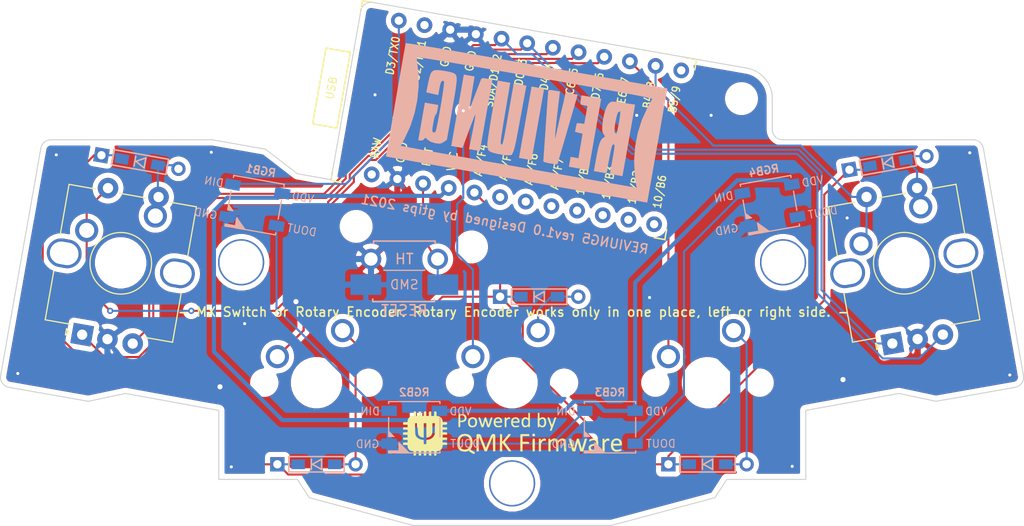
<source format=kicad_pcb>
(kicad_pcb (version 20171130) (host pcbnew "(5.1.9-0-10_14)")
  (title_block (title REVIUNG5) (date 2021-06-09) (rev 1))
  (layers (0 F.Cu signal) (31 B.Cu signal) (34 B.Paste user) (35 F.Paste user) (36 B.SilkS user) (37 F.SilkS user) (38 B.Mask user) (39 F.Mask user) (44 Edge.Cuts user))
  (net 0 "")
  (net 1 row0)
  (net 2 "Net-(D1-Pad2)")
  (net 3 "Net-(D2-Pad2)")
  (net 4 "Net-(D3-Pad2)")
  (net 5 "Net-(D4-Pad2)")
  (net 6 "Net-(D5-Pad2)")
  (net 7 GND)
  (net 8 reset)
  (net 9 col0)
  (net 10 padB)
  (net 11 padA)
  (net 12 col4)
  (net 13 VCC)
  (net 14 "Net-(RGB1-Pad2)")
  (net 15 LED)
  (net 16 "Net-(RGB2-Pad2)")
  (net 17 "Net-(RGB3-Pad2)")
  (net 18 "Net-(RGB4-Pad2)")
  (net 19 col1)
  (net 20 col2)
  (net 21 col3)
  (net 22 "Net-(U1-Pad2)")
  (net 23 "Net-(U1-Pad12)")
  (net 24 "Net-(U1-Pad13)")
  (net 25 "Net-(U1-Pad14)")
  (net 26 "Net-(U1-Pad15)")
  (net 27 "Net-(U1-Pad16)")
  (net 28 "Net-(U1-Pad17)")
  (net 29 "Net-(U1-Pad18)")
  (net 30 "Net-(U1-Pad19)")
  (net 31 "Net-(U1-Pad24)")
  (module _reviung-kbd:QMK-x4-ver1 (layer F.Cu) (at 79.88 72.26)
    (fp_text reference G*** hide)
    (fp_text value LOGO hide)
  )
  (module _reviung-kbd:reviung-logo (layer B.Cu) (at 81.25 41.85 170)
    (fp_text reference G*** hide)
    (fp_text value LOGO hide)
  )
  (module _reviung-kbd:MXOnly-1U-3pin (layer F.Cu) (at 118.05 55.61 10)
    (fp_text reference SW5)
    (fp_text value SW_PUSH)
    (pad 2 thru_hole circle (at 2.54 -5.08 10) (size 2.25 2.25) (drill 1.47) (layers *.Cu B.Mask) (net 6 "Net-(D5-Pad2)"))
    (pad "" np_thru_hole circle (at 0 0 10) (size 3.9878 3.9878) (drill 3.9878) (layers *.Cu *.Mask))
    (pad 1 thru_hole circle (at -3.81 -2.54 10) (size 2.25 2.25) (drill 1.47) (layers *.Cu B.Mask) (net 12 col4))
  )
  (module _reviung-kbd:MXOnly-1U-3pin (layer F.Cu) (at 41.72 55.62 350)
    (fp_text reference SW1)
    (fp_text value SW_PUSH)
    (pad 2 thru_hole circle (at 2.54 -5.08 350) (size 2.25 2.25) (drill 1.47) (layers *.Cu B.Mask) (net 2 "Net-(D1-Pad2)"))
    (pad "" np_thru_hole circle (at 0 0 350) (size 3.9878 3.9878) (drill 3.9878) (layers *.Cu *.Mask))
    (pad 1 thru_hole circle (at -3.81 -2.54 350) (size 2.25 2.25) (drill 1.47) (layers *.Cu B.Mask) (net 9 col0))
  )
  (module _reviung-kbd:HOLE_4.2mm (layer F.Cu) (at 106.26 55.57)
    (fp_text reference REF**)
    (fp_text value HOLE_4.2mm)
    (pad 1 thru_hole circle (at 0 0) (size 4.5 4.5) (drill 4.2) (layers *.Cu *.Mask))
  )
  (module _reviung-kbd:HOLE_4.2mm (layer F.Cu) (at 79.86 77.11)
    (fp_text reference REF**)
    (fp_text value HOLE_4.2mm)
    (pad 1 thru_hole circle (at 0 0) (size 4.5 4.5) (drill 4.2) (layers *.Cu *.Mask))
  )
  (module _reviung-kbd:HOLE_4.2mm (layer F.Cu) (at 53.46 55.57)
    (fp_text reference REF**)
    (fp_text value HOLE_4.2mm)
    (pad 1 thru_hole circle (at 0 0) (size 4.5 4.5) (drill 4.2) (layers *.Cu *.Mask))
  )
  (module _reviung-kbd:HOLE_2.2mm (layer F.Cu) (at 64.67 52.07)
    (fp_text reference Ref** hide)
    (fp_text value Val** hide)
    (pad "" np_thru_hole circle (at 0 0) (size 2.2 2.2) (drill 2.2) (layers *.Cu *.Mask))
  )
  (module _reviung-kbd:HOLE_2.2mm (layer F.Cu) (at 75.91 54.07)
    (fp_text reference Ref** hide)
    (fp_text value Val** hide)
    (pad "" np_thru_hole circle (at 0 0) (size 2.2 2.2) (drill 2.2) (layers *.Cu *.Mask))
  )
  (module _reviung-kbd:HOLE_2.2mm (layer F.Cu) (at 102.21 39.62)
    (fp_text reference Ref** hide)
    (fp_text value Val** hide)
    (pad "" np_thru_hole circle (at 0 0) (size 2.2 2.2) (drill 2.2) (layers *.Cu *.Mask))
  )
  (module _reviung-kbd:LED_WS2812B_PLCC4_5.0x5.0mm_P3.2mm (layer B.Cu) (at 104.98 50 190)
    (fp_text reference RGB4 (at 0 3.4 10) (layer B.SilkS) (effects (font (size 0.75 0.75)) (justify mirror)))
    (fp_text value WS2812B)
    (fp_text user DOUT (at -4.95 -1.6 10) (layer B.SilkS) (effects (font (size 0.75 0.75) (thickness 0.1)) (justify mirror)))
    (fp_text user VDD (at -4.5 1.55 10) (layer B.SilkS) (effects (font (size 0.75 0.75) (thickness 0.1)) (justify mirror)))
    (fp_text user DIN (at 4.3 1.55 10) (layer B.SilkS) (effects (font (size 0.75 0.75) (thickness 0.1)) (justify mirror)))
    (fp_text user GND (at 4.55 -1.64 10) (layer B.SilkS) (effects (font (size 0.75 0.75) (thickness 0.1)) (justify mirror)))
    (pad 3 smd rect (at 2.45 -1.6 190) (size 1.5 1) (layers B.Cu B.Paste B.Mask) (net 7 GND))
    (pad 4 smd rect (at 2.45 1.6 190) (size 1.5 1) (layers B.Cu B.Paste B.Mask) (net 17 "Net-(RGB3-Pad2)"))
    (pad 2 smd rect (at -2.45 -1.6 190) (size 1.5 1) (layers B.Cu B.Paste B.Mask) (net 18 "Net-(RGB4-Pad2)"))
    (pad 1 smd rect (at -2.45 1.6 190) (size 1.5 1) (layers B.Cu B.Paste B.Mask) (net 13 VCC))
  )
  (module _reviung-kbd:LED_WS2812B_PLCC4_5.0x5.0mm_P3.2mm (layer B.Cu) (at 89.4 71.64 180)
    (fp_text reference RGB3 (at 0 3.4) (layer B.SilkS) (effects (font (size 0.75 0.75)) (justify mirror)))
    (fp_text value WS2812B)
    (fp_text user DOUT (at -4.95 -1.6) (layer B.SilkS) (effects (font (size 0.75 0.75) (thickness 0.1)) (justify mirror)))
    (fp_text user VDD (at -4.5 1.55) (layer B.SilkS) (effects (font (size 0.75 0.75) (thickness 0.1)) (justify mirror)))
    (fp_text user DIN (at 4.3 1.55) (layer B.SilkS) (effects (font (size 0.75 0.75) (thickness 0.1)) (justify mirror)))
    (fp_text user GND (at 4.55 -1.64) (layer B.SilkS) (effects (font (size 0.75 0.75) (thickness 0.1)) (justify mirror)))
    (pad 3 smd rect (at 2.45 -1.6 180) (size 1.5 1) (layers B.Cu B.Paste B.Mask) (net 7 GND))
    (pad 4 smd rect (at 2.45 1.6 180) (size 1.5 1) (layers B.Cu B.Paste B.Mask) (net 16 "Net-(RGB2-Pad2)"))
    (pad 2 smd rect (at -2.45 -1.6 180) (size 1.5 1) (layers B.Cu B.Paste B.Mask) (net 17 "Net-(RGB3-Pad2)"))
    (pad 1 smd rect (at -2.45 1.6 180) (size 1.5 1) (layers B.Cu B.Paste B.Mask) (net 13 VCC))
  )
  (module _reviung-kbd:LED_WS2812B_PLCC4_5.0x5.0mm_P3.2mm (layer B.Cu) (at 70.33 71.64 180)
    (fp_text reference RGB2 (at 0 3.4) (layer B.SilkS) (effects (font (size 0.75 0.75)) (justify mirror)))
    (fp_text value WS2812B)
    (fp_text user DOUT (at -4.95 -1.6) (layer B.SilkS) (effects (font (size 0.75 0.75) (thickness 0.1)) (justify mirror)))
    (fp_text user VDD (at -4.5 1.55) (layer B.SilkS) (effects (font (size 0.75 0.75) (thickness 0.1)) (justify mirror)))
    (fp_text user DIN (at 4.3 1.55) (layer B.SilkS) (effects (font (size 0.75 0.75) (thickness 0.1)) (justify mirror)))
    (fp_text user GND (at 4.55 -1.64) (layer B.SilkS) (effects (font (size 0.75 0.75) (thickness 0.1)) (justify mirror)))
    (pad 3 smd rect (at 2.45 -1.6 180) (size 1.5 1) (layers B.Cu B.Paste B.Mask) (net 7 GND))
    (pad 4 smd rect (at 2.45 1.6 180) (size 1.5 1) (layers B.Cu B.Paste B.Mask) (net 14 "Net-(RGB1-Pad2)"))
    (pad 2 smd rect (at -2.45 -1.6 180) (size 1.5 1) (layers B.Cu B.Paste B.Mask) (net 16 "Net-(RGB2-Pad2)"))
    (pad 1 smd rect (at -2.45 1.6 180) (size 1.5 1) (layers B.Cu B.Paste B.Mask) (net 13 VCC))
  )
  (module _reviung-kbd:LED_WS2812B_PLCC4_5.0x5.0mm_P3.2mm (layer B.Cu) (at 54.77 50 170)
    (fp_text reference RGB1 (at 0 3.4 170) (layer B.SilkS) (effects (font (size 0.75 0.75)) (justify mirror)))
    (fp_text value WS2812B)
    (fp_text user DOUT (at -4.95 -1.6 170) (layer B.SilkS) (effects (font (size 0.75 0.75) (thickness 0.1)) (justify mirror)))
    (fp_text user VDD (at -4.5 1.55 170) (layer B.SilkS) (effects (font (size 0.75 0.75) (thickness 0.1)) (justify mirror)))
    (fp_text user DIN (at 4.3 1.55 170) (layer B.SilkS) (effects (font (size 0.75 0.75) (thickness 0.1)) (justify mirror)))
    (fp_text user GND (at 4.55 -1.64 170) (layer B.SilkS) (effects (font (size 0.75 0.75) (thickness 0.1)) (justify mirror)))
    (pad 3 smd rect (at 2.45 -1.6 170) (size 1.5 1) (layers B.Cu B.Paste B.Mask) (net 7 GND))
    (pad 4 smd rect (at 2.45 1.6 170) (size 1.5 1) (layers B.Cu B.Paste B.Mask) (net 15 LED))
    (pad 2 smd rect (at -2.45 -1.6 170) (size 1.5 1) (layers B.Cu B.Paste B.Mask) (net 14 "Net-(RGB1-Pad2)"))
    (pad 1 smd rect (at -2.45 1.6 170) (size 1.5 1) (layers B.Cu B.Paste B.Mask) (net 13 VCC))
  )
  (module Rotary_Encoder:RotaryEncoder_Alps_EC12E-Switch_Vertical_H20mm_CircularMountingHoles (layer F.Cu) (at 116.91 63.48 100)
    (fp_text reference RESW2 hide)
    (fp_text value Rotary_Encoder_Switch)
    (pad A thru_hole rect (at 0 0 100) (size 2 2) (drill 1) (layers *.Cu *.Mask) (net 11 padA))
    (pad C thru_hole circle (at 0 2.5 100) (size 2 2) (drill 1) (layers *.Cu *.Mask) (net 7 GND))
    (pad B thru_hole circle (at 0 5 100) (size 2 2) (drill 1) (layers *.Cu *.Mask) (net 10 padB))
    (pad MP thru_hole oval (at 7.5 -3.1 100) (size 2.8 3.4) (drill oval 2.2 2.8) (layers *.Cu *.Mask))
    (pad MP thru_hole oval (at 7.5 8.099999 100) (size 2.8 3.4) (drill oval 2.2 2.8) (layers *.Cu *.Mask))
    (pad S1 thru_hole circle (at 14.5 0 100) (size 2 2) (drill 1) (layers *.Cu *.Mask) (net 12 col4))
    (pad S2 thru_hole circle (at 14.5 5 100) (size 2 2) (drill 1) (layers *.Cu *.Mask) (net 6 "Net-(D5-Pad2)"))
  )
  (module Rotary_Encoder:RotaryEncoder_Alps_EC12E-Switch_Vertical_H20mm_CircularMountingHoles (layer F.Cu) (at 37.97 62.62 80)
    (fp_text reference RESW1 hide)
    (fp_text value Rotary_Encoder_Switch)
    (pad A thru_hole rect (at 0 0 80) (size 2 2) (drill 1) (layers *.Cu *.Mask) (net 11 padA))
    (pad C thru_hole circle (at 0 2.5 80) (size 2 2) (drill 1) (layers *.Cu *.Mask) (net 7 GND))
    (pad B thru_hole circle (at 0 5 80) (size 2 2) (drill 1) (layers *.Cu *.Mask) (net 10 padB))
    (pad MP thru_hole oval (at 7.499999 -3.1 80) (size 2.8 3.4) (drill oval 2.2 2.8) (layers *.Cu *.Mask))
    (pad MP thru_hole oval (at 7.5 8.1 80) (size 2.8 3.4) (drill oval 2.2 2.8) (layers *.Cu *.Mask))
    (pad S1 thru_hole circle (at 14.5 0 80) (size 2 2) (drill 1) (layers *.Cu *.Mask) (net 9 col0))
    (pad S2 thru_hole circle (at 14.5 5 80) (size 2 2) (drill 1) (layers *.Cu *.Mask) (net 2 "Net-(D1-Pad2)"))
  )
  (module _reviung-kbd:D3_TH_SMD_1side (layer B.Cu) (at 43.6 45.8 350)
    (fp_text reference D1 hide)
    (fp_text value 1N4148 hide)
    (pad 1 smd rect (at -1.775 0 350) (size 1.3 0.95) (layers B.Cu B.Paste B.Mask) (net 1 row0))
    (pad 1 thru_hole rect (at -3.81 0 350) (size 1.397 1.397) (drill 0.8128) (layers *.Cu *.Mask) (net 1 row0))
    (pad 2 thru_hole circle (at 3.81 0 350) (size 1.397 1.397) (drill 0.8128) (layers *.Cu *.Mask) (net 2 "Net-(D1-Pad2)"))
    (pad 2 smd rect (at 1.775 0 350) (size 1.3 0.95) (layers B.Cu B.Paste B.Mask) (net 2 "Net-(D1-Pad2)"))
  )
  (module _reviung-kbd:D3_TH_SMD_1side (layer B.Cu) (at 60.8 75.25)
    (fp_text reference D2 hide)
    (fp_text value 1N4148 hide)
    (pad 2 smd rect (at 1.775 0) (size 1.3 0.95) (layers B.Cu B.Paste B.Mask) (net 3 "Net-(D2-Pad2)"))
    (pad 2 thru_hole circle (at 3.81 0) (size 1.397 1.397) (drill 0.8128) (layers *.Cu *.Mask) (net 3 "Net-(D2-Pad2)"))
    (pad 1 thru_hole rect (at -3.81 0) (size 1.397 1.397) (drill 0.8128) (layers *.Cu *.Mask) (net 1 row0))
    (pad 1 smd rect (at -1.775 0) (size 1.3 0.95) (layers B.Cu B.Paste B.Mask) (net 1 row0))
  )
  (module _reviung-kbd:D3_TH_SMD_1side (layer B.Cu) (at 82.5 58.92)
    (fp_text reference D3 hide)
    (fp_text value 1N4148 hide)
    (pad 1 smd rect (at -1.775 0) (size 1.3 0.95) (layers B.Cu B.Paste B.Mask) (net 1 row0))
    (pad 1 thru_hole rect (at -3.81 0) (size 1.397 1.397) (drill 0.8128) (layers *.Cu *.Mask) (net 1 row0))
    (pad 2 thru_hole circle (at 3.81 0) (size 1.397 1.397) (drill 0.8128) (layers *.Cu *.Mask) (net 4 "Net-(D3-Pad2)"))
    (pad 2 smd rect (at 1.775 0) (size 1.3 0.95) (layers B.Cu B.Paste B.Mask) (net 4 "Net-(D3-Pad2)"))
  )
  (module _reviung-kbd:D3_TH_SMD_1side (layer B.Cu) (at 98.9 75.25)
    (fp_text reference D4 hide)
    (fp_text value 1N4148 hide)
    (pad 2 smd rect (at 1.775 0) (size 1.3 0.95) (layers B.Cu B.Paste B.Mask) (net 5 "Net-(D4-Pad2)"))
    (pad 2 thru_hole circle (at 3.81 0) (size 1.397 1.397) (drill 0.8128) (layers *.Cu *.Mask) (net 5 "Net-(D4-Pad2)"))
    (pad 1 thru_hole rect (at -3.81 0) (size 1.397 1.397) (drill 0.8128) (layers *.Cu *.Mask) (net 1 row0))
    (pad 1 smd rect (at -1.775 0) (size 1.3 0.95) (layers B.Cu B.Paste B.Mask) (net 1 row0))
  )
  (module _reviung-kbd:D3_TH_SMD_1side (layer B.Cu) (at 116.48 45.89 10)
    (fp_text reference D5 hide)
    (fp_text value 1N4148 hide)
    (pad 1 smd rect (at -1.775 0 10) (size 1.3 0.95) (layers B.Cu B.Paste B.Mask) (net 1 row0))
    (pad 1 thru_hole rect (at -3.81 0 10) (size 1.397 1.397) (drill 0.8128) (layers *.Cu *.Mask) (net 1 row0))
    (pad 2 thru_hole circle (at 3.81 0 10) (size 1.397 1.397) (drill 0.8128) (layers *.Cu *.Mask) (net 6 "Net-(D5-Pad2)"))
    (pad 2 smd rect (at 1.775 0 10) (size 1.3 0.95) (layers B.Cu B.Paste B.Mask) (net 6 "Net-(D5-Pad2)"))
  )
  (module _reviung-kbd:ResetSW_TH_SMD (layer B.Cu) (at 69.36 55.25)
    (fp_text reference reset1 hide)
    (fp_text value SW_PUSH)
    (fp_text user TH (at 0 0) (layer B.SilkS) (effects (justify mirror)))
    (fp_text user SMD (at 0 2.5) (layer B.SilkS) (effects (font (size 0.9 0.9) (thickness 0.12)) (justify mirror)))
    (fp_text user RESET (at 0 5) (layer B.SilkS) (effects (justify mirror)))
    (pad 2 smd rect (at -3.75 2.5) (size 3 2) (layers B.Cu B.Paste B.Mask) (net 7 GND))
    (pad 1 smd rect (at 3.75 2.5) (size 3 2) (layers B.Cu B.Paste B.Mask) (net 8 reset))
    (pad 1 thru_hole circle (at 3.25 0) (size 2 2) (drill 1.3) (layers *.Cu *.Mask) (net 8 reset))
    (pad 2 thru_hole circle (at -3.25 0) (size 2 2) (drill 1.3) (layers *.Cu *.Mask) (net 7 GND))
  )
  (module _reviung-kbd:MXOnly-1U-NoLED (layer F.Cu) (at 60.8 67.3)
    (fp_text reference SW2)
    (fp_text value SW_PUSH)
    (pad "" np_thru_hole circle (at 5.08 0 48.0996) (size 1.75 1.75) (drill 1.75) (layers *.Cu *.Mask))
    (pad "" np_thru_hole circle (at -5.08 0 48.0996) (size 1.75 1.75) (drill 1.75) (layers *.Cu *.Mask))
    (pad 1 thru_hole circle (at -3.81 -2.54) (size 2.25 2.25) (drill 1.47) (layers *.Cu B.Mask) (net 19 col1))
    (pad "" np_thru_hole circle (at 0 0) (size 3.9878 3.9878) (drill 3.9878) (layers *.Cu *.Mask))
    (pad 2 thru_hole circle (at 2.54 -5.08) (size 2.25 2.25) (drill 1.47) (layers *.Cu B.Mask) (net 3 "Net-(D2-Pad2)"))
  )
  (module _reviung-kbd:MXOnly-1U-NoLED (layer F.Cu) (at 79.85 67.3)
    (fp_text reference SW3)
    (fp_text value SW_PUSH)
    (pad 2 thru_hole circle (at 2.54 -5.08) (size 2.25 2.25) (drill 1.47) (layers *.Cu B.Mask) (net 4 "Net-(D3-Pad2)"))
    (pad "" np_thru_hole circle (at 0 0) (size 3.9878 3.9878) (drill 3.9878) (layers *.Cu *.Mask))
    (pad 1 thru_hole circle (at -3.81 -2.54) (size 2.25 2.25) (drill 1.47) (layers *.Cu B.Mask) (net 20 col2))
    (pad "" np_thru_hole circle (at -5.08 0 48.0996) (size 1.75 1.75) (drill 1.75) (layers *.Cu *.Mask))
    (pad "" np_thru_hole circle (at 5.08 0 48.0996) (size 1.75 1.75) (drill 1.75) (layers *.Cu *.Mask))
  )
  (module _reviung-kbd:MXOnly-1U-NoLED (layer F.Cu) (at 98.9 67.3)
    (fp_text reference SW4)
    (fp_text value SW_PUSH)
    (pad "" np_thru_hole circle (at 5.08 0 48.0996) (size 1.75 1.75) (drill 1.75) (layers *.Cu *.Mask))
    (pad "" np_thru_hole circle (at -5.08 0 48.0996) (size 1.75 1.75) (drill 1.75) (layers *.Cu *.Mask))
    (pad 1 thru_hole circle (at -3.81 -2.54) (size 2.25 2.25) (drill 1.47) (layers *.Cu B.Mask) (net 21 col3))
    (pad "" np_thru_hole circle (at 0 0) (size 3.9878 3.9878) (drill 3.9878) (layers *.Cu *.Mask))
    (pad 2 thru_hole circle (at 2.54 -5.08) (size 2.25 2.25) (drill 1.47) (layers *.Cu B.Mask) (net 5 "Net-(D4-Pad2)"))
  )
  (module _reviung-kbd:ProMicro (layer F.Cu) (at 81.76 42.03 80)
    (fp_text reference U1 hide)
    (fp_text value ProMicro hide)
    (fp_text user USB (at 0 -19.8 80) (layer F.SilkS) (effects (font (size 0.75 0.75) (thickness 0.12))))
    (fp_text user B4/8 (at 4.705 10.8 80 unlocked) (layer F.SilkS) (effects (font (size 0.75 0.67) (thickness 0.125))))
    (fp_text user D2/RX1 (at 4.155 -11.9 80 unlocked) (layer F.SilkS) (effects (font (size 0.75 0.67) (thickness 0.125))))
    (fp_text user B5/9 (at 4.705 13.3 80 unlocked) (layer F.SilkS) (effects (font (size 0.75 0.67) (thickness 0.125))))
    (fp_text user C6/5 (at 4.705 3.15 80 unlocked) (layer F.SilkS) (effects (font (size 0.75 0.67) (thickness 0.125))))
    (fp_text user SCL/D0/3 (at 3.455 -1.9 80 unlocked) (layer F.SilkS) (effects (font (size 0.75 0.67) (thickness 0.125))))
    (fp_text user SDA/D1/2 (at 3.455 -4.4 80 unlocked) (layer F.SilkS) (effects (font (size 0.75 0.67) (thickness 0.125))))
    (fp_text user D4/4 (at 4.705 0.6 80 unlocked) (layer F.SilkS) (effects (font (size 0.75 0.67) (thickness 0.125))))
    (fp_text user D3/TX0 (at 4.155 -14.45 80 unlocked) (layer F.SilkS) (effects (font (size 0.75 0.67) (thickness 0.125))))
    (fp_text user GND (at 4.955 -6.9 80 unlocked) (layer F.SilkS) (effects (font (size 0.75 0.67) (thickness 0.125))))
    (fp_text user GND (at 4.955 -9.35 80 unlocked) (layer F.SilkS) (effects (font (size 0.75 0.67) (thickness 0.125))))
    (fp_text user D7/6 (at 4.705 5.7 80 unlocked) (layer F.SilkS) (effects (font (size 0.75 0.67) (thickness 0.125))))
    (fp_text user E6/7 (at 4.705 8.25 80 unlocked) (layer F.SilkS) (effects (font (size 0.75 0.67) (thickness 0.125))))
    (fp_text user 16/B2 (at -4.395 10.95 80 unlocked) (layer F.SilkS) (effects (font (size 0.75 0.67) (thickness 0.125))))
    (fp_text user 10/B6 (at -4.395 13.45 80 unlocked) (layer F.SilkS) (effects (font (size 0.75 0.67) (thickness 0.125))))
    (fp_text user 14/B3 (at -4.395 8.4 80 unlocked) (layer F.SilkS) (effects (font (size 0.75 0.67) (thickness 0.125))))
    (fp_text user 15/B1 (at -4.395 5.85 80 unlocked) (layer F.SilkS) (effects (font (size 0.75 0.67) (thickness 0.125))))
    (fp_text user A0/F7 (at -4.395 3.3 80 unlocked) (layer F.SilkS) (effects (font (size 0.75 0.67) (thickness 0.125))))
    (fp_text user A1/F6 (at -4.395 0.75 80 unlocked) (layer F.SilkS) (effects (font (size 0.75 0.67) (thickness 0.125))))
    (fp_text user A2/F5 (at -4.395 -1.75 80 unlocked) (layer F.SilkS) (effects (font (size 0.75 0.67) (thickness 0.125))))
    (fp_text user A3/F4 (at -4.395 -4.25 80 unlocked) (layer F.SilkS) (effects (font (size 0.75 0.67) (thickness 0.125))))
    (fp_text user VCC (at -4.995 -6.95 80 unlocked) (layer F.SilkS) (effects (font (size 0.75 0.67) (thickness 0.125))))
    (fp_text user RST (at -4.995 -9.4 80 unlocked) (layer F.SilkS) (effects (font (size 0.75 0.67) (thickness 0.125))))
    (fp_text user GND (at -4.995 -11.95 80 unlocked) (layer F.SilkS) (effects (font (size 0.75 0.67) (thickness 0.125))))
    (fp_text user RAW (at -4.995 -14.5 80 unlocked) (layer F.SilkS) (effects (font (size 0.75 0.67) (thickness 0.125))))
    (fp_text user "" (at -0.545 -20.1 80) (layer F.SilkS))
    (fp_text user "" (at -1.2515 -16.256 80) (layer B.SilkS) (effects (justify mirror)))
    (pad 1 thru_hole circle (at 7.6114 -14.478 80) (size 1.524 1.524) (drill 0.8128) (layers *.Cu *.Mask) (net 15 LED))
    (pad 2 thru_hole circle (at 7.6114 -11.938 80) (size 1.524 1.524) (drill 0.8128) (layers *.Cu *.Mask) (net 22 "Net-(U1-Pad2)"))
    (pad 3 thru_hole circle (at 7.6114 -9.398 80) (size 1.524 1.524) (drill 0.8128) (layers *.Cu *.Mask) (net 7 GND))
    (pad 4 thru_hole circle (at 7.6114 -6.858 80) (size 1.524 1.524) (drill 0.8128) (layers *.Cu *.Mask) (net 7 GND))
    (pad 5 thru_hole circle (at 7.6114 -4.318 80) (size 1.524 1.524) (drill 0.8128) (layers *.Cu *.Mask) (net 10 padB))
    (pad 6 thru_hole circle (at 7.6114 -1.778 80) (size 1.524 1.524) (drill 0.8128) (layers *.Cu *.Mask) (net 11 padA))
    (pad 7 thru_hole circle (at 7.6114 0.762 80) (size 1.524 1.524) (drill 0.8128) (layers *.Cu *.Mask) (net 9 col0))
    (pad 8 thru_hole circle (at 7.6114 3.302 80) (size 1.524 1.524) (drill 0.8128) (layers *.Cu *.Mask) (net 19 col1))
    (pad 9 thru_hole circle (at 7.6114 5.842 80) (size 1.524 1.524) (drill 0.8128) (layers *.Cu *.Mask) (net 20 col2))
    (pad 10 thru_hole circle (at 7.6114 8.382 80) (size 1.524 1.524) (drill 0.8128) (layers *.Cu *.Mask) (net 21 col3))
    (pad 11 thru_hole circle (at 7.6114 10.922 80) (size 1.524 1.524) (drill 0.8128) (layers *.Cu *.Mask) (net 12 col4))
    (pad 12 thru_hole circle (at 7.6114 13.462 80) (size 1.524 1.524) (drill 0.8128) (layers *.Cu *.Mask) (net 23 "Net-(U1-Pad12)"))
    (pad 13 thru_hole circle (at -7.6086 13.462 80) (size 1.524 1.524) (drill 0.8128) (layers *.Cu *.Mask) (net 24 "Net-(U1-Pad13)"))
    (pad 14 thru_hole circle (at -7.6086 10.922 80) (size 1.524 1.524) (drill 0.8128) (layers *.Cu *.Mask) (net 25 "Net-(U1-Pad14)"))
    (pad 15 thru_hole circle (at -7.6086 8.382 80) (size 1.524 1.524) (drill 0.8128) (layers *.Cu *.Mask) (net 26 "Net-(U1-Pad15)"))
    (pad 16 thru_hole circle (at -7.6086 5.842 80) (size 1.524 1.524) (drill 0.8128) (layers *.Cu *.Mask) (net 27 "Net-(U1-Pad16)"))
    (pad 17 thru_hole circle (at -7.6086 3.302 80) (size 1.524 1.524) (drill 0.8128) (layers *.Cu *.Mask) (net 28 "Net-(U1-Pad17)"))
    (pad 18 thru_hole circle (at -7.6086 0.762 80) (size 1.524 1.524) (drill 0.8128) (layers *.Cu *.Mask) (net 29 "Net-(U1-Pad18)"))
    (pad 19 thru_hole circle (at -7.6086 -1.778 80) (size 1.524 1.524) (drill 0.8128) (layers *.Cu *.Mask) (net 30 "Net-(U1-Pad19)"))
    (pad 20 thru_hole circle (at -7.6086 -4.318 80) (size 1.524 1.524) (drill 0.8128) (layers *.Cu *.Mask) (net 1 row0))
    (pad 21 thru_hole circle (at -7.6086 -6.858 80) (size 1.524 1.524) (drill 0.8128) (layers *.Cu *.Mask) (net 13 VCC))
    (pad 22 thru_hole circle (at -7.6086 -9.398 80) (size 1.524 1.524) (drill 0.8128) (layers *.Cu *.Mask) (net 8 reset))
    (pad 23 thru_hole circle (at -7.6086 -11.938 80) (size 1.524 1.524) (drill 0.8128) (layers *.Cu *.Mask) (net 7 GND))
    (pad 24 thru_hole circle (at -7.6086 -14.478 80) (size 1.524 1.524) (drill 0.8128) (layers *.Cu *.Mask) (net 31 "Net-(U1-Pad24)"))
  )
  (gr_text "- MX Switch or Rotary Encoder. Rotary Encoder works only in one place, left or right side. -" (at 80 60.41) (layer F.SilkS) (effects (font (size 0.9 0.9))))
  (gr_text "REVIUNG5 rev1.0 Designed by gtips 2021" (at 79.13 51.87 -10) (layer B.SilkS) (effects (font (size 0.9 0.9)) (justify mirror)))
  (gr_curve (pts (xy 30.029357 66.594382) (xy 29.933131 67.138535) (xy 30.296503 67.657582) (xy 30.840742 67.753377)) (layer Edge.Cuts) (width 0.1))
  (gr_curve (pts (xy 129.681392 66.59492) (xy 129.681392 66.59492) (xy 125.777496 44.456349) (xy 125.777496 44.456349)) (layer Edge.Cuts) (width 0.1))
  (gr_curve (pts (xy 34.92908 43.629957) (xy 34.443967 43.629957) (xy 34.028833 43.978127) (xy 33.944364 44.455833)) (layer Edge.Cuts) (width 0.1))
  (gr_curve (pts (xy 50.62937 43.63) (xy 50.62937 43.63) (xy 34.92908 43.629957) (xy 34.92908 43.629957)) (layer Edge.Cuts) (width 0.1))
  (gr_curve (pts (xy 125.777496 44.456349) (xy 125.693221 43.978428) (xy 125.277979 43.63) (xy 124.792694 43.63)) (layer Edge.Cuts) (width 0.1))
  (gr_curve (pts (xy 51.280106 76.723092) (xy 51.280106 76.723092) (xy 58.942063 76.723092) (xy 58.942063 76.723092)) (layer Edge.Cuts) (width 0.1))
  (gr_curve (pts (xy 51.280106 70.003196) (xy 51.280106 70.003196) (xy 51.280106 76.723092) (xy 51.280106 76.723092)) (layer Edge.Cuts) (width 0.1))
  (gr_curve (pts (xy 42.190092 68.348086) (xy 42.190092 68.348086) (xy 51.280106 70.003196) (xy 51.280106 70.003196)) (layer Edge.Cuts) (width 0.1))
  (gr_curve (pts (xy 70.197383 81.20458) (xy 70.197383 81.20458) (xy 89.53998 81.20458) (xy 89.53998 81.20458)) (layer Edge.Cuts) (width 0.1))
  (gr_curve (pts (xy 60.100067 78.505951) (xy 60.100067 78.505951) (xy 70.197383 81.20458) (xy 70.197383 81.20458)) (layer Edge.Cuts) (width 0.1))
  (gr_curve (pts (xy 58.942063 76.723092) (xy 58.942063 76.723092) (xy 60.100067 78.505951) (xy 60.100067 78.505951)) (layer Edge.Cuts) (width 0.1))
  (gr_curve (pts (xy 100.774328 76.723092) (xy 100.774328 76.723092) (xy 108.472782 76.723092) (xy 108.472782 76.723092)) (layer Edge.Cuts) (width 0.1))
  (gr_curve (pts (xy 99.619037 78.505951) (xy 99.619037 78.505951) (xy 100.774328 76.723092) (xy 100.774328 76.723092)) (layer Edge.Cuts) (width 0.1))
  (gr_curve (pts (xy 89.53998 81.20458) (xy 89.53998 81.20458) (xy 99.619037 78.505951) (xy 99.619037 78.505951)) (layer Edge.Cuts) (width 0.1))
  (gr_curve (pts (xy 117.544278 68.347204) (xy 117.544278 68.347204) (xy 121.153812 69.112768) (xy 121.153812 69.112768)) (layer Edge.Cuts) (width 0.1))
  (gr_curve (pts (xy 108.472782 69.999428) (xy 108.472782 69.999428) (xy 117.544278 68.347204) (xy 117.544278 68.347204)) (layer Edge.Cuts) (width 0.1))
  (gr_curve (pts (xy 108.472782 76.723092) (xy 108.472782 76.723092) (xy 108.472782 69.999428) (xy 108.472782 69.999428)) (layer Edge.Cuts) (width 0.1))
  (gr_curve (pts (xy 128.870094 67.75342) (xy 129.414053 67.657582) (xy 129.777317 67.138879) (xy 129.681392 66.59492)) (layer Edge.Cuts) (width 0.1))
  (gr_curve (pts (xy 121.153812 69.112768) (xy 121.153812 69.112768) (xy 128.870094 67.75342) (xy 128.870094 67.75342)) (layer Edge.Cuts) (width 0.1))
  (gr_curve (pts (xy 105.209996 39.604987) (xy 105.209996 38.148293) (xy 104.163549 36.902095) (xy 102.728796 36.650194)) (layer Edge.Cuts) (width 0.1))
  (gr_curve (pts (xy 105.209996 42.630018) (xy 105.209996 42.630018) (xy 105.209996 39.604987) (xy 105.209996 39.604987)) (layer Edge.Cuts) (width 0.1))
  (gr_curve (pts (xy 33.944364 44.455833) (xy 33.944364 44.455833) (xy 30.029357 66.594382) (xy 30.029357 66.594382)) (layer Edge.Cuts) (width 0.1))
  (gr_curve (pts (xy 55.823562 44.545857) (xy 55.823562 44.545857) (xy 50.62937 43.63) (xy 50.62937 43.63)) (layer Edge.Cuts) (width 0.1))
  (gr_curve (pts (xy 58.933988 46.941986) (xy 58.933988 46.941986) (xy 55.823562 44.545857) (xy 55.823562 44.545857)) (layer Edge.Cuts) (width 0.1))
  (gr_curve (pts (xy 38.563957 69.112768) (xy 38.563957 69.112768) (xy 42.190092 68.348086) (xy 42.190092 68.348086)) (layer Edge.Cuts) (width 0.1))
  (gr_curve (pts (xy 30.840742 67.753377) (xy 30.840742 67.753377) (xy 38.563957 69.112768) (xy 38.563957 69.112768)) (layer Edge.Cuts) (width 0.1))
  (gr_curve (pts (xy 62.21697 47.520869) (xy 62.21697 47.520869) (xy 58.933988 46.941986) (xy 58.933988 46.941986)) (layer Edge.Cuts) (width 0.1))
  (gr_curve (pts (xy 65.119226 31.061323) (xy 65.119226 31.061323) (xy 62.21697 47.520869) (xy 62.21697 47.520869)) (layer Edge.Cuts) (width 0.1))
  (gr_curve (pts (xy 124.792694 43.63) (xy 124.792694 43.63) (xy 106.21 43.63) (xy 106.21 43.63)) (layer Edge.Cuts) (width 0.1))
  (gr_curve (pts (xy 66.277683 30.250154) (xy 65.733788 30.154252) (xy 65.215129 30.517428) (xy 65.119226 31.061323)) (layer Edge.Cuts) (width 0.1))
  (gr_curve (pts (xy 102.728796 36.650194) (xy 102.728796 36.650194) (xy 66.277683 30.250154) (xy 66.277683 30.250154)) (layer Edge.Cuts) (width 0.1))
  (gr_curve (pts (xy 106.21 43.63) (xy 105.657708 43.63) (xy 105.209996 43.182288) (xy 105.209996 42.630018)) (layer Edge.Cuts) (width 0.1))
  (segment (start 78.69 51.276814) (end 76.186381 48.773195) (width 0.2) (layer F.Cu) (net 1))
  (segment (start 78.69 58.92) (end 78.69 51.276814) (width 0.2) (layer F.Cu) (net 1))
  (segment (start 80.9 61.13) (end 78.69 58.92) (width 0.2) (layer F.Cu) (net 1))
  (segment (start 80.9 65.009002) (end 80.9 61.13) (width 0.2) (layer F.Cu) (net 1))
  (segment (start 41.498592 45.1384) (end 41.851966 45.491774) (width 0.2) (layer B.Cu) (net 1))
  (segment (start 39.847882 45.1384) (end 41.498592 45.1384) (width 0.2) (layer B.Cu) (net 1))
  (segment (start 78.69 58.92) (end 80.725 58.92) (width 0.2) (layer B.Cu) (net 1))
  (segment (start 56.99 75.25) (end 57.05 75.25) (width 0.2) (layer F.Cu) (net 1))
  (segment (start 58.048501 76.248501) (end 67.651499 76.248501) (width 0.2) (layer F.Cu) (net 1))
  (segment (start 57.05 75.25) (end 58.048501 76.248501) (width 0.2) (layer F.Cu) (net 1))
  (segment (start 67.651499 76.248501) (end 70.5 73.4) (width 0.2) (layer F.Cu) (net 1))
  (segment (start 70.5 73.4) (end 70.5 61.5) (width 0.2) (layer F.Cu) (net 1))
  (segment (start 73.08 58.92) (end 78.69 58.92) (width 0.2) (layer F.Cu) (net 1))
  (segment (start 70.5 61.5) (end 73.08 58.92) (width 0.2) (layer F.Cu) (net 1))
  (segment (start 56.99 75.25) (end 59.025 75.25) (width 0.2) (layer B.Cu) (net 1))
  (segment (start 114.378592 46.5516) (end 114.731966 46.198226) (width 0.2) (layer B.Cu) (net 1))
  (segment (start 112.727882 46.5516) (end 114.378592 46.5516) (width 0.2) (layer B.Cu) (net 1))
  (segment (start 47.709992 65.229996) (end 52.489998 70.010002) (width 0.2) (layer F.Cu) (net 1))
  (segment (start 52.489998 72.989998) (end 54.75 75.25) (width 0.2) (layer F.Cu) (net 1))
  (segment (start 52.489998 70.010002) (end 52.489998 72.989998) (width 0.2) (layer F.Cu) (net 1))
  (segment (start 38.156114 65.20001) (end 47.709992 65.20001) (width 0.2) (layer F.Cu) (net 1))
  (segment (start 34.127556 61.171452) (end 38.156114 65.20001) (width 0.2) (layer F.Cu) (net 1))
  (segment (start 47.709992 65.20001) (end 47.709992 65.229996) (width 0.2) (layer F.Cu) (net 1))
  (segment (start 34.127556 50.14945) (end 34.127556 61.171452) (width 0.2) (layer F.Cu) (net 1))
  (segment (start 54.75 75.25) (end 56.99 75.25) (width 0.2) (layer F.Cu) (net 1))
  (segment (start 39.138607 45.1384) (end 34.127556 50.14945) (width 0.2) (layer F.Cu) (net 1))
  (segment (start 39.847882 45.1384) (end 39.138607 45.1384) (width 0.2) (layer F.Cu) (net 1))
  (segment (start 95.09 75.25) (end 97.125 75.25) (width 0.2) (layer B.Cu) (net 1))
  (segment (start 95.09 75.25) (end 91.140998 75.25) (width 0.2) (layer F.Cu) (net 1))
  (segment (start 90.810499 74.919501) (end 80.9 65.009002) (width 0.2) (layer F.Cu) (net 1))
  (segment (start 91.140998 75.25) (end 90.810499 74.919501) (width 0.2) (layer F.Cu) (net 1))
  (segment (start 90.900998 75.01) (end 90.810499 74.919501) (width 0.2) (layer F.Cu) (net 1))
  (segment (start 110.270499 48.979501) (end 112.6984 46.5516) (width 0.2) (layer F.Cu) (net 1))
  (segment (start 110.270499 59.270499) (end 110.270499 48.979501) (width 0.2) (layer F.Cu) (net 1))
  (segment (start 95.09 74.450998) (end 110.270499 59.270499) (width 0.2) (layer F.Cu) (net 1))
  (segment (start 112.6984 46.5516) (end 112.727882 46.5516) (width 0.2) (layer F.Cu) (net 1))
  (segment (start 95.09 75.25) (end 95.09 74.450998) (width 0.2) (layer F.Cu) (net 1))
  (segment (start 46.998744 46.108226) (end 47.352118 46.4616) (width 0.2) (layer B.Cu) (net 2))
  (segment (start 45.348034 46.108226) (end 46.998744 46.108226) (width 0.2) (layer B.Cu) (net 2))
  (segment (start 45.348034 49.144625) (end 45.411937 49.208528) (width 0.2) (layer B.Cu) (net 2))
  (segment (start 45.348034 46.108226) (end 45.348034 49.144625) (width 0.2) (layer B.Cu) (net 2))
  (segment (start 45.411937 50.74985) (end 45.103544 51.058243) (width 0.2) (layer B.Cu) (net 2))
  (segment (start 45.411937 49.208528) (end 45.411937 50.74985) (width 0.2) (layer B.Cu) (net 2))
  (segment (start 64.61 75.25) (end 62.575 75.25) (width 0.2) (layer B.Cu) (net 3))
  (segment (start 64.61 63.49) (end 63.34 62.22) (width 0.2) (layer F.Cu) (net 3))
  (segment (start 64.61 75.25) (end 64.61 63.49) (width 0.2) (layer F.Cu) (net 3))
  (segment (start 84.275 58.92) (end 86.31 58.92) (width 0.2) (layer B.Cu) (net 4))
  (segment (start 82.39 62.22) (end 82.39 60.21) (width 0.2) (layer B.Cu) (net 4))
  (segment (start 83.68 58.92) (end 84.275 58.92) (width 0.2) (layer B.Cu) (net 4))
  (segment (start 82.39 60.21) (end 83.68 58.92) (width 0.2) (layer B.Cu) (net 4))
  (segment (start 102.71 63.49) (end 101.44 62.22) (width 0.2) (layer B.Cu) (net 5))
  (segment (start 102.71 75.01) (end 102.71 63.49) (width 0.2) (layer B.Cu) (net 5))
  (segment (start 100.675 75.25) (end 102.71 75.25) (width 0.2) (layer B.Cu) (net 5))
  (segment (start 118.581408 45.2284) (end 118.228034 45.581774) (width 0.2) (layer B.Cu) (net 6))
  (segment (start 120.232118 45.2284) (end 118.581408 45.2284) (width 0.2) (layer B.Cu) (net 6))
  (segment (start 119.669279 48.685186) (end 119.31614 48.332047) (width 0.2) (layer B.Cu) (net 6))
  (segment (start 119.669279 50.16611) (end 119.669279 48.685186) (width 0.2) (layer B.Cu) (net 6))
  (segment (start 119.31614 46.66988) (end 118.228034 45.581774) (width 0.2) (layer B.Cu) (net 6))
  (segment (start 119.31614 48.332047) (end 119.31614 46.66988) (width 0.2) (layer B.Cu) (net 6))
  (segment (start 68.682146 52.677854) (end 66.11 55.25) (width 0.6) (layer F.Cu) (net 7))
  (segment (start 68.682146 47.449996) (end 68.682146 52.677854) (width 0.6) (layer F.Cu) (net 7))
  (segment (start 66.11 57.25) (end 65.61 57.75) (width 0.6) (layer B.Cu) (net 7))
  (segment (start 66.11 55.25) (end 66.11 57.25) (width 0.6) (layer B.Cu) (net 7))
  (segment (start 52.510993 50.718645) (end 52.079384 51.150254) (width 0.6) (layer B.Cu) (net 7))
  (segment (start 62.048532 55.25) (end 57.517177 50.718645) (width 0.6) (layer B.Cu) (net 7))
  (segment (start 57.517177 50.718645) (end 52.510993 50.718645) (width 0.6) (layer B.Cu) (net 7))
  (segment (start 66.11 55.25) (end 62.048532 55.25) (width 0.6) (layer B.Cu) (net 7))
  (segment (start 85.949999 74.240001) (end 86.95 73.24) (width 0.6) (layer B.Cu) (net 7))
  (segment (start 68.880001 74.240001) (end 85.949999 74.240001) (width 0.6) (layer B.Cu) (net 7))
  (segment (start 67.88 73.24) (end 68.880001 74.240001) (width 0.6) (layer B.Cu) (net 7))
  (segment (start 65.61 57.75) (end 60.45 57.75) (width 0.6) (layer B.Cu) (net 7))
  (segment (start 60.45 57.75) (end 58.8 59.4) (width 0.6) (layer B.Cu) (net 7))
  (segment (start 58.8 59.4) (end 58.8 59.4) (width 0.6) (layer B.Cu) (net 7))
  (via (at 58.8 59.4) (size 0.9) (drill 0.5) (layers F.Cu B.Cu) (net 7))
  (segment (start 58.8 59.4) (end 51.4 66.8) (width 0.6) (layer F.Cu) (net 7))
  (segment (start 51.4 66.8) (end 51.4 67.7) (width 0.6) (layer F.Cu) (net 7))
  (segment (start 51.4 67.7) (end 51.4 67.7) (width 0.6) (layer F.Cu) (net 7))
  (via (at 51.4 67.7) (size 0.9) (drill 0.5) (layers F.Cu B.Cu) (net 7))
  (segment (start 56.94 73.24) (end 67.88 73.24) (width 0.6) (layer B.Cu) (net 7))
  (segment (start 51.4 67.7) (end 56.94 73.24) (width 0.6) (layer B.Cu) (net 7))
  (segment (start 43.663686 67.7) (end 51.4 67.7) (width 0.6) (layer B.Cu) (net 7))
  (segment (start 40.432019 64.468333) (end 43.663686 67.7) (width 0.6) (layer B.Cu) (net 7))
  (segment (start 40.432019 63.05412) (end 40.432019 64.468333) (width 0.6) (layer B.Cu) (net 7))
  (segment (start 68.682146 47.449996) (end 69.444145 46.687997) (width 0.6) (layer B.Cu) (net 7))
  (segment (start 69.444145 37.284626) (end 69.444145 37.644145) (width 0.6) (layer B.Cu) (net 7))
  (segment (start 73.826482 32.902289) (end 69.444145 37.284626) (width 0.6) (layer B.Cu) (net 7))
  (segment (start 69.444145 46.687997) (end 69.444145 37.644145) (width 0.6) (layer B.Cu) (net 7))
  (segment (start 75.886828 32.902289) (end 76.327894 33.343355) (width 0.6) (layer B.Cu) (net 7))
  (segment (start 73.826482 32.902289) (end 75.886828 32.902289) (width 0.6) (layer B.Cu) (net 7))
  (segment (start 112.1 67) (end 112.1 67) (width 0.6) (layer B.Cu) (net 7))
  (via (at 112.1 67) (size 0.9) (drill 0.5) (layers F.Cu B.Cu) (net 7))
  (segment (start 119.372019 64.460093) (end 119.372019 63.04588) (width 0.6) (layer F.Cu) (net 7))
  (segment (start 116.832112 67) (end 119.372019 64.460093) (width 0.6) (layer F.Cu) (net 7))
  (segment (start 112.1 67) (end 116.832112 67) (width 0.6) (layer F.Cu) (net 7))
  (via (at 35.45 45.1) (size 0.6) (drill 0.3) (layers F.Cu B.Cu) (net 7))
  (via (at 31.7 66.4) (size 0.6) (drill 0.3) (layers F.Cu B.Cu) (net 7))
  (via (at 52.5 75.5) (size 0.6) (drill 0.3) (layers F.Cu B.Cu) (net 7))
  (via (at 107.15 75.45) (size 0.6) (drill 0.3) (layers F.Cu B.Cu) (net 7))
  (via (at 128.35 66.55) (size 0.6) (drill 0.3) (layers F.Cu B.Cu) (net 7))
  (via (at 124.45 44.9) (size 0.6) (drill 0.3) (layers F.Cu B.Cu) (net 7))
  (via (at 66.5 39.25) (size 0.6) (drill 0.3) (layers F.Cu B.Cu) (net 7))
  (via (at 50.55 44.85) (size 0.6) (drill 0.3) (layers F.Cu B.Cu) (net 7))
  (via (at 92 41.25) (size 0.6) (drill 0.3) (layers F.Cu B.Cu) (net 7))
  (via (at 99.25 41.25) (size 0.6) (drill 0.3) (layers F.Cu B.Cu) (net 7))
  (via (at 93.25 59) (size 0.6) (drill 0.3) (layers F.Cu B.Cu) (net 7))
  (via (at 112.5 51.25) (size 0.6) (drill 0.3) (layers F.Cu B.Cu) (net 7))
  (segment (start 87.950001 74.240001) (end 86.95 73.24) (width 0.6) (layer B.Cu) (net 7))
  (segment (start 99.25 72) (end 95.25 72) (width 0.6) (layer B.Cu) (net 7))
  (segment (start 93.009999 74.240001) (end 87.950001 74.240001) (width 0.6) (layer B.Cu) (net 7))
  (segment (start 95.25 72) (end 93.009999 74.240001) (width 0.6) (layer B.Cu) (net 7))
  (segment (start 101.393901 69.856099) (end 99.25 72) (width 0.6) (layer B.Cu) (net 7))
  (segment (start 99.814999 64.524025) (end 101.393901 66.102927) (width 0.6) (layer B.Cu) (net 7))
  (segment (start 99.814999 55.031189) (end 99.814999 64.524025) (width 0.6) (layer B.Cu) (net 7))
  (segment (start 101.393901 66.102927) (end 101.393901 69.856099) (width 0.6) (layer B.Cu) (net 7))
  (segment (start 102.845058 52.00113) (end 99.814999 55.031189) (width 0.6) (layer B.Cu) (net 7))
  (segment (start 103.276667 52.432739) (end 102.845058 52.00113) (width 0.6) (layer B.Cu) (net 7))
  (segment (start 107.192741 52.432739) (end 103.276667 52.432739) (width 0.6) (layer B.Cu) (net 7))
  (segment (start 109.010001 54.249999) (end 107.192741 52.432739) (width 0.6) (layer B.Cu) (net 7))
  (segment (start 109.010001 56.890001) (end 109.010001 54.249999) (width 0.6) (layer B.Cu) (net 7))
  (segment (start 109 56.900002) (end 109.010001 56.890001) (width 0.6) (layer B.Cu) (net 7))
  (segment (start 109 63.9) (end 109 56.900002) (width 0.6) (layer B.Cu) (net 7))
  (segment (start 112.1 67) (end 109 63.9) (width 0.6) (layer B.Cu) (net 7))
  (via (at 53.8 61.55) (size 0.6) (drill 0.3) (layers F.Cu B.Cu) (net 7))
  (segment (start 72.61 57.25) (end 73.11 57.75) (width 0.2) (layer B.Cu) (net 8))
  (segment (start 72.61 55.25) (end 72.61 57.25) (width 0.2) (layer B.Cu) (net 8))
  (segment (start 72.59777 55.23777) (end 72.61 55.25) (width 0.2) (layer F.Cu) (net 8))
  (segment (start 72.59777 55.23777) (end 72.279558 54.886678) (width 0.2) (layer F.Cu) (net 8))
  (segment (start 72.279558 54.886678) (end 71.997293 54.506086) (width 0.2) (layer F.Cu) (net 8))
  (segment (start 71.997293 54.506086) (end 71.753691 54.099661) (width 0.2) (layer F.Cu) (net 8))
  (segment (start 71.753691 54.099661) (end 71.551098 53.671315) (width 0.2) (layer F.Cu) (net 8))
  (segment (start 71.551098 53.671315) (end 71.391467 53.225175) (width 0.2) (layer F.Cu) (net 8))
  (segment (start 71.391467 53.225175) (end 71.276333 52.765536) (width 0.2) (layer F.Cu) (net 8))
  (segment (start 71.276333 52.765536) (end 71.206806 52.296825) (width 0.2) (layer F.Cu) (net 8))
  (segment (start 71.206806 52.296825) (end 71.183557 51.823557) (width 0.2) (layer F.Cu) (net 8))
  (segment (start 71.183557 51.823557) (end 71.183557 47.891063) (width 0.2) (layer F.Cu) (net 8))
  (segment (start 40.487899 48.340288) (end 40.91966 47.908527) (width 0.2) (layer F.Cu) (net 9))
  (segment (start 38.408949 50.419238) (end 40.487899 48.340288) (width 0.2) (layer F.Cu) (net 9))
  (segment (start 38.408949 52.456989) (end 38.408949 50.419238) (width 0.2) (layer F.Cu) (net 9))
  (segment (start 38.408949 52.456989) (end 38.435204 52.483244) (width 0.2) (layer F.Cu) (net 9))
  (segment (start 38.435204 52.483244) (end 38.408949 52.456989) (width 0.2) (layer B.Cu) (net 9))
  (segment (start 38.408949 52.456989) (end 38.408949 58.008949) (width 0.2) (layer F.Cu) (net 9))
  (segment (start 38.408949 58.008949) (end 40.7 60.3) (width 0.2) (layer F.Cu) (net 9))
  (segment (start 40.7 60.3) (end 40.7 60.3) (width 0.2) (layer F.Cu) (net 9))
  (via (at 40.7 60.3) (size 0.6) (drill 0.3) (layers F.Cu B.Cu) (net 9))
  (segment (start 40.7 60.3) (end 48.6 60.3) (width 0.2) (layer B.Cu) (net 9))
  (segment (start 48.6 60.3) (end 48.6 60.3) (width 0.2) (layer B.Cu) (net 9))
  (via (at 48.6 60.3) (size 0.6) (drill 0.3) (layers F.Cu B.Cu) (net 9))
  (segment (start 83.211194 35.287489) (end 83.832129 34.666554) (width 0.2) (layer F.Cu) (net 9))
  (segment (start 74.8179 36.800002) (end 74.831396 36.800002) (width 0.2) (layer F.Cu) (net 9))
  (segment (start 65.852213 45.19999) (end 66.417912 45.19999) (width 0.2) (layer F.Cu) (net 9))
  (segment (start 61.933951 55.156047) (end 61.933951 49.683951) (width 0.2) (layer F.Cu) (net 9))
  (segment (start 76.25 35.381398) (end 76.25 35.3679) (width 0.2) (layer F.Cu) (net 9))
  (segment (start 74.831396 36.800002) (end 76.25 35.381398) (width 0.2) (layer F.Cu) (net 9))
  (segment (start 64.04327 47.008933) (end 65.852213 45.19999) (width 0.2) (layer F.Cu) (net 9))
  (segment (start 56.789998 60.3) (end 61.933951 55.156047) (width 0.2) (layer F.Cu) (net 9))
  (segment (start 66.417912 45.19999) (end 74.8179 36.800002) (width 0.2) (layer F.Cu) (net 9))
  (segment (start 76.25 35.3679) (end 76.330411 35.287489) (width 0.2) (layer F.Cu) (net 9))
  (segment (start 61.933951 49.683951) (end 64.04327 47.574631) (width 0.2) (layer F.Cu) (net 9))
  (segment (start 76.330411 35.287489) (end 83.211194 35.287489) (width 0.2) (layer F.Cu) (net 9))
  (segment (start 64.04327 47.574631) (end 64.04327 47.008933) (width 0.2) (layer F.Cu) (net 9))
  (segment (start 48.6 60.3) (end 56.789998 60.3) (width 0.2) (layer F.Cu) (net 9))
  (segment (start 81.839531 35.3) (end 80.344885 35.3) (width 0.2) (layer B.Cu) (net 10))
  (segment (start 109.610011 46.963807) (end 107.646224 45.00002) (width 0.2) (layer B.Cu) (net 10))
  (segment (start 107.646224 45.00002) (end 91.539551 45.00002) (width 0.2) (layer B.Cu) (net 10))
  (segment (start 115.97457 64.938466) (end 109.610011 58.573907) (width 0.2) (layer B.Cu) (net 10))
  (segment (start 80.344885 35.3) (end 78.829306 33.784421) (width 0.2) (layer B.Cu) (net 10))
  (segment (start 119.507332 64.938466) (end 115.97457 64.938466) (width 0.2) (layer B.Cu) (net 10))
  (segment (start 91.539551 45.00002) (end 81.839531 35.3) (width 0.2) (layer B.Cu) (net 10))
  (segment (start 109.610011 58.573907) (end 109.610011 46.963807) (width 0.2) (layer B.Cu) (net 10))
  (segment (start 121.834039 62.611759) (end 119.507332 64.938466) (width 0.2) (layer B.Cu) (net 10))
  (segment (start 44.5 55.2463) (end 50.846309 48.89999) (width 0.2) (layer F.Cu) (net 10))
  (segment (start 50.846309 48.89999) (end 61.586514 48.89999) (width 0.2) (layer F.Cu) (net 10))
  (segment (start 44.5 61.88228) (end 44.5 55.2463) (width 0.2) (layer F.Cu) (net 10))
  (segment (start 42.894039 63.488241) (end 44.5 61.88228) (width 0.2) (layer F.Cu) (net 10))
  (segment (start 74.118252 36.368252) (end 74.486523 35.999982) (width 0.2) (layer F.Cu) (net 10))
  (segment (start 74.486523 35.999982) (end 74.500018 35.999982) (width 0.2) (layer F.Cu) (net 10))
  (segment (start 76.081148 34.405356) (end 78.208371 34.405356) (width 0.2) (layer F.Cu) (net 10))
  (segment (start 78.208371 34.405356) (end 78.829306 33.784421) (width 0.2) (layer F.Cu) (net 10))
  (segment (start 74.118252 36.368252) (end 76.081148 34.405356) (width 0.2) (layer F.Cu) (net 10))
  (segment (start 63.24325 46.677555) (end 65.520835 44.39997) (width 0.2) (layer F.Cu) (net 10))
  (segment (start 63.24325 47.20675) (end 63.24325 46.677555) (width 0.2) (layer F.Cu) (net 10))
  (segment (start 61.586514 48.863486) (end 63.24325 47.20675) (width 0.2) (layer F.Cu) (net 10))
  (segment (start 61.586514 48.89999) (end 61.586514 48.863486) (width 0.2) (layer F.Cu) (net 10))
  (segment (start 65.520835 44.39997) (end 66.086536 44.39997) (width 0.2) (layer F.Cu) (net 10))
  (segment (start 66.086536 44.399968) (end 69.743252 40.743252) (width 0.2) (layer F.Cu) (net 10))
  (segment (start 66.086536 44.39997) (end 66.086536 44.399968) (width 0.2) (layer F.Cu) (net 10))
  (segment (start 69.743252 40.743252) (end 74.118252 36.368252) (width 0.2) (layer F.Cu) (net 10))
  (segment (start 66.943252 43.543252) (end 69.743252 40.743252) (width 0.2) (layer F.Cu) (net 10))
  (segment (start 115.214301 63.48) (end 116.91 63.48) (width 0.2) (layer B.Cu) (net 11))
  (segment (start 110.010021 58.275719) (end 115.214301 63.48) (width 0.2) (layer B.Cu) (net 11))
  (segment (start 110.010021 46.798118) (end 110.010021 58.275719) (width 0.2) (layer B.Cu) (net 11))
  (segment (start 107.811912 44.60001) (end 110.010021 46.798118) (width 0.2) (layer B.Cu) (net 11))
  (segment (start 91.70524 44.60001) (end 107.811912 44.60001) (width 0.2) (layer B.Cu) (net 11))
  (segment (start 81.330718 34.225488) (end 91.70524 44.60001) (width 0.2) (layer B.Cu) (net 11))
  (segment (start 74.652212 36.399992) (end 74.665707 36.399992) (width 0.2) (layer F.Cu) (net 11))
  (segment (start 51.011998 49.3) (end 61.752204 49.3) (width 0.2) (layer F.Cu) (net 11))
  (segment (start 63.64326 46.843244) (end 65.686524 44.79998) (width 0.2) (layer F.Cu) (net 11))
  (segment (start 61.752204 49.3) (end 63.64326 47.408944) (width 0.2) (layer F.Cu) (net 11))
  (segment (start 44.90001 62.047969) (end 44.90001 55.411988) (width 0.2) (layer F.Cu) (net 11))
  (segment (start 66.252224 44.79998) (end 74.652212 36.399992) (width 0.2) (layer F.Cu) (net 11))
  (segment (start 40.15 64.8) (end 43.5 64.8) (width 0.2) (layer F.Cu) (net 11))
  (segment (start 44.9 63.4) (end 44.9 62.047979) (width 0.2) (layer F.Cu) (net 11))
  (segment (start 44.90001 55.411988) (end 51.011998 49.3) (width 0.2) (layer F.Cu) (net 11))
  (segment (start 44.9 62.047979) (end 44.90001 62.047969) (width 0.2) (layer F.Cu) (net 11))
  (segment (start 80.709784 34.846422) (end 81.330718 34.225488) (width 0.2) (layer F.Cu) (net 11))
  (segment (start 43.5 64.8) (end 44.9 63.4) (width 0.2) (layer F.Cu) (net 11))
  (segment (start 75.85 35.202202) (end 76.20578 34.846422) (width 0.2) (layer F.Cu) (net 11))
  (segment (start 75.85 35.215699) (end 75.85 35.202202) (width 0.2) (layer F.Cu) (net 11))
  (segment (start 74.665707 36.399992) (end 75.85 35.215699) (width 0.2) (layer F.Cu) (net 11))
  (segment (start 63.64326 47.408944) (end 63.64326 46.843244) (width 0.2) (layer F.Cu) (net 11))
  (segment (start 76.20578 34.846422) (end 80.709784 34.846422) (width 0.2) (layer F.Cu) (net 11))
  (segment (start 65.686524 44.79998) (end 66.252224 44.79998) (width 0.2) (layer F.Cu) (net 11))
  (segment (start 37.97 62.62) (end 40.15 64.8) (width 0.2) (layer F.Cu) (net 11))
  (segment (start 112.977888 49.200288) (end 107.9776 44.2) (width 0.2) (layer B.Cu) (net 12))
  (segment (start 114.392101 49.200288) (end 112.977888 49.200288) (width 0.2) (layer B.Cu) (net 12))
  (segment (start 99.475552 44.2) (end 93.837776 38.562224) (width 0.2) (layer B.Cu) (net 12))
  (segment (start 107.9776 44.2) (end 99.475552 44.2) (width 0.2) (layer B.Cu) (net 12))
  (segment (start 93.837776 38.562224) (end 93.837776 36.43082) (width 0.2) (layer B.Cu) (net 12))
  (segment (start 114.392101 53.234903) (end 113.856816 53.770188) (width 0.2) (layer B.Cu) (net 12))
  (segment (start 114.392101 49.200288) (end 114.392101 53.234903) (width 0.2) (layer B.Cu) (net 12))
  (segment (start 57.704998 49.094128) (end 57.460616 48.849746) (width 0.4) (layer B.Cu) (net 13))
  (segment (start 72.92297 49.094128) (end 57.704998 49.094128) (width 0.4) (layer B.Cu) (net 13))
  (segment (start 73.684969 48.332129) (end 72.92297 49.094128) (width 0.4) (layer B.Cu) (net 13))
  (segment (start 71.879999 70.940001) (end 72.78 70.04) (width 0.4) (layer B.Cu) (net 13))
  (segment (start 57.472999 70.940001) (end 71.879999 70.940001) (width 0.4) (layer B.Cu) (net 13))
  (segment (start 50.809999 64.277001) (end 57.472999 70.940001) (width 0.4) (layer B.Cu) (net 13))
  (segment (start 50.809999 50.579517) (end 50.809999 64.277001) (width 0.4) (layer B.Cu) (net 13))
  (segment (start 57.029007 49.281355) (end 52.108161 49.281355) (width 0.4) (layer B.Cu) (net 13))
  (segment (start 52.108161 49.281355) (end 50.809999 50.579517) (width 0.4) (layer B.Cu) (net 13))
  (segment (start 57.460616 48.849746) (end 57.029007 49.281355) (width 0.4) (layer B.Cu) (net 13))
  (segment (start 84.979998 70.04) (end 85.879999 69.139999) (width 0.4) (layer B.Cu) (net 13))
  (segment (start 72.78 70.04) (end 84.979998 70.04) (width 0.4) (layer B.Cu) (net 13))
  (segment (start 106.683333 47.567261) (end 107.114942 47.99887) (width 0.4) (layer B.Cu) (net 13))
  (segment (start 101.818571 47.567261) (end 106.683333 47.567261) (width 0.4) (layer B.Cu) (net 13))
  (segment (start 91.85 57.535832) (end 101.818571 47.567261) (width 0.4) (layer B.Cu) (net 13))
  (segment (start 91.85 70.04) (end 91.85 57.535832) (width 0.4) (layer B.Cu) (net 13))
  (segment (start 88.84 70.04) (end 87.939999 69.139999) (width 0.4) (layer B.Cu) (net 13))
  (segment (start 91.85 70.04) (end 88.84 70.04) (width 0.4) (layer B.Cu) (net 13))
  (segment (start 85.879999 69.139999) (end 87.939999 69.139999) (width 0.4) (layer B.Cu) (net 13))
  (segment (start 66.880998 70.04) (end 67.88 70.04) (width 0.2) (layer B.Cu) (net 14))
  (segment (start 56.904942 60.063944) (end 66.880998 70.04) (width 0.2) (layer B.Cu) (net 14))
  (segment (start 56.904942 52.00113) (end 56.904942 60.063944) (width 0.2) (layer B.Cu) (net 14))
  (segment (start 52.706832 47.927096) (end 52.635058 47.99887) (width 0.2) (layer B.Cu) (net 15))
  (segment (start 63.672904 47.927096) (end 52.706832 47.927096) (width 0.2) (layer B.Cu) (net 15))
  (segment (start 68.823659 42.776341) (end 63.672904 47.927096) (width 0.2) (layer B.Cu) (net 15))
  (segment (start 68.823659 32.020156) (end 68.823659 42.776341) (width 0.2) (layer B.Cu) (net 15))
  (segment (start 83.75 73.24) (end 86.95 70.04) (width 0.2) (layer B.Cu) (net 16))
  (segment (start 72.78 73.24) (end 83.75 73.24) (width 0.2) (layer B.Cu) (net 16))
  (segment (start 96.606099 54.533031) (end 102.289384 48.849746) (width 0.2) (layer B.Cu) (net 17))
  (segment (start 96.606099 68.483901) (end 96.606099 54.533031) (width 0.2) (layer B.Cu) (net 17))
  (segment (start 91.85 73.24) (end 96.606099 68.483901) (width 0.2) (layer B.Cu) (net 17))
  (segment (start 59.550001 62.199999) (end 56.99 64.76) (width 0.2) (layer F.Cu) (net 19))
  (segment (start 59.550001 59.262001) (end 59.550001 62.199999) (width 0.2) (layer F.Cu) (net 19))
  (segment (start 56.99 64.76) (end 59.552848 62.197152) (width 0.2) (layer F.Cu) (net 19))
  (segment (start 85.691162 35.75) (end 86.333541 35.107621) (width 0.2) (layer F.Cu) (net 19))
  (segment (start 66.017902 45.6) (end 66.5836 45.6) (width 0.2) (layer F.Cu) (net 19))
  (segment (start 76.447096 35.75) (end 85.691162 35.75) (width 0.2) (layer F.Cu) (net 19))
  (segment (start 64.44328 47.74032) (end 64.44328 47.174622) (width 0.2) (layer F.Cu) (net 19))
  (segment (start 74.98359 37.20001) (end 74.997086 37.20001) (width 0.2) (layer F.Cu) (net 19))
  (segment (start 66.5836 45.6) (end 74.98359 37.20001) (width 0.2) (layer F.Cu) (net 19))
  (segment (start 64.44328 47.174622) (end 66.017902 45.6) (width 0.2) (layer F.Cu) (net 19))
  (segment (start 74.997086 37.20001) (end 76.447096 35.75) (width 0.2) (layer F.Cu) (net 19))
  (segment (start 62.333961 49.849639) (end 64.44328 47.74032) (width 0.2) (layer F.Cu) (net 19))
  (segment (start 62.333961 55.321736) (end 62.333961 49.849639) (width 0.2) (layer F.Cu) (net 19))
  (segment (start 59.550001 62.199999) (end 59.550001 58.105695) (width 0.2) (layer F.Cu) (net 19))
  (segment (start 59.550001 58.105695) (end 62.333961 55.321736) (width 0.2) (layer F.Cu) (net 19))
  (segment (start 74.509999 54.742001) (end 74.509999 49.890001) (width 0.2) (layer B.Cu) (net 20))
  (segment (start 76.04 56.272002) (end 74.509999 54.742001) (width 0.2) (layer B.Cu) (net 20))
  (segment (start 76.04 64.76) (end 76.04 56.272002) (width 0.2) (layer B.Cu) (net 20))
  (segment (start 75.1 40.8) (end 75.1 40.8) (width 0.2) (layer F.Cu) (net 20))
  (via (at 75.1 40.8) (size 0.6) (drill 0.3) (layers F.Cu B.Cu) (net 20))
  (segment (start 75.1 49.3) (end 74.509999 49.890001) (width 0.2) (layer B.Cu) (net 20))
  (segment (start 75.1 40.8) (end 75.1 49.3) (width 0.2) (layer B.Cu) (net 20))
  (segment (start 75.1 40.8) (end 79.74999 36.15001) (width 0.2) (layer F.Cu) (net 20))
  (segment (start 88.214018 36.169622) (end 88.834953 35.548687) (width 0.2) (layer F.Cu) (net 20))
  (segment (start 85.82378 36.169622) (end 88.214018 36.169622) (width 0.2) (layer F.Cu) (net 20))
  (segment (start 85.804168 36.15001) (end 85.82378 36.169622) (width 0.2) (layer F.Cu) (net 20))
  (segment (start 79.74999 36.15001) (end 85.804168 36.15001) (width 0.2) (layer F.Cu) (net 20))
  (segment (start 95.09 39.743389) (end 91.336364 35.989753) (width 0.2) (layer F.Cu) (net 21))
  (segment (start 95.09 64.76) (end 95.09 39.743389) (width 0.2) (layer F.Cu) (net 21))
  (zone (net 7) (net_name GND) (layer F.Cu) (connect_pads (clearance 0.508)) (min_thickness 0.254) (fill yes (arc_segments 32) (thermal_gap 0.508) (thermal_bridge_width 0.508))
    (polygon (pts (xy 102.7 36.75) (xy 103.95 37.3) (xy 104.75 38.2) (xy 105.1 39.15) (xy 105.1 42.8) (xy 105.25 43.2) (xy 105.5 43.5) (xy 105.9 43.7) (xy 106.25 43.75) (xy 124.85 43.75) (xy 125.25 43.85) (xy 125.55 44.1) (xy 125.65 44.45) (xy 129.6 66.6) (xy 129.55 67) (xy 129.4 67.35) (xy 129.05 67.6) (xy 128.75 67.7) (xy 121.15 69) (xy 117.55 68.25) (xy 108.3 69.95) (xy 108.3 76.65) (xy 100.7 76.6) (xy 99.55 78.45) (xy 89.55 81.1) (xy 70.2 81.1) (xy 60.15 78.4) (xy 59 76.65) (xy 51.4 76.65) (xy 51.4 69.95) (xy 42.2 68.25) (xy 38.55 69) (xy 30.65 67.6) (xy 30.35 67.4) (xy 30.15 67) (xy 30.1 66.65) (xy 34.05 44.35) (xy 34.2 44.1) (xy 34.45 43.85) (xy 34.7 43.75) (xy 50.6 43.75) (xy 55.75 44.65) (xy 58.9 47.05) (xy 62.3 47.65) (xy 65.25 31) (xy 65.45 30.65) (xy 65.8 30.4) (xy 66.15 30.35)))
  )
  (zone (net 7) (net_name GND) (layer B.Cu) (connect_pads (clearance 0.508)) (min_thickness 0.254) (fill yes (arc_segments 32) (thermal_gap 0.508) (thermal_bridge_width 0.508))
    (polygon (pts (xy 102.7 36.75) (xy 103.95 37.3) (xy 104.75 38.2) (xy 105.1 39.15) (xy 105.1 42.8) (xy 105.25 43.2) (xy 105.5 43.5) (xy 105.9 43.7) (xy 106.2 43.75) (xy 124.85 43.75) (xy 125.25 43.85) (xy 125.55 44.1) (xy 125.65 44.45) (xy 129.6 66.6) (xy 129.55 67) (xy 129.4 67.35) (xy 129.05 67.6) (xy 128.75 67.7) (xy 121.15 69) (xy 117.55 68.25) (xy 108.3 69.95) (xy 108.3 76.65) (xy 100.7 76.6) (xy 99.55 78.45) (xy 89.55 81.1) (xy 70.2 81.1) (xy 60.15 78.4) (xy 59 76.65) (xy 51.4 76.65) (xy 51.4 69.95) (xy 42.2 68.25) (xy 38.55 69) (xy 30.65 67.6) (xy 30.35 67.4) (xy 30.15 67) (xy 30.1 66.65) (xy 34.05 44.35) (xy 34.2 44.1) (xy 34.45 43.85) (xy 34.7 43.75) (xy 50.6 43.75) (xy 55.75 44.65) (xy 58.9 47.05) (xy 62.3 47.65) (xy 65.25 31) (xy 65.45 30.65) (xy 65.8 30.4) (xy 66.15 30.35)))
  )
)
</source>
